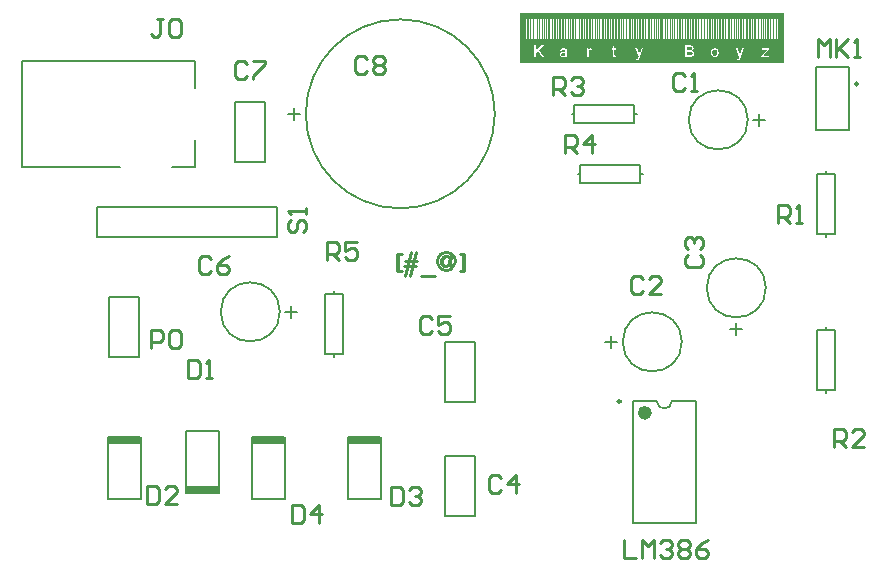
<source format=gto>
%FSLAX25Y25*%
%MOIN*%
G70*
G01*
G75*
G04 Layer_Color=65535*
%ADD10C,0.01000*%
%ADD11C,0.05906*%
%ADD12R,0.05906X0.05906*%
%ADD13C,0.05512*%
%ADD14R,0.05906X0.05906*%
%ADD15R,0.07874X0.07874*%
%ADD16C,0.07874*%
%ADD17C,0.04724*%
%ADD18C,0.07284*%
%ADD19R,0.07284X0.07284*%
%ADD20C,0.04921*%
%ADD21R,0.04921X0.04921*%
%ADD22R,0.04921X0.04921*%
%ADD23O,0.07874X0.17716*%
%ADD24O,0.07874X0.15748*%
%ADD25O,0.15748X0.07874*%
%ADD26O,0.05906X0.17716*%
%ADD27O,0.15748X0.05906*%
%ADD28O,0.05906X0.15748*%
%ADD29C,0.03937*%
%ADD30C,0.02362*%
%ADD31C,0.00984*%
%ADD32C,0.00787*%
%ADD33C,0.00591*%
%ADD34R,0.11024X0.03150*%
G36*
X440000Y473000D02*
X352000D01*
Y489500D01*
X440000D01*
Y473000D01*
D02*
G37*
%LPC*%
G36*
X376878Y487500D02*
X376195D01*
Y480970D01*
X376878D01*
Y487500D01*
D02*
G37*
G36*
X375853D02*
X375512D01*
Y480970D01*
X375853D01*
Y487500D01*
D02*
G37*
G36*
X374829D02*
X374488D01*
Y480970D01*
X374829D01*
Y487500D01*
D02*
G37*
G36*
X379268D02*
X378585D01*
Y480970D01*
X379268D01*
Y487500D01*
D02*
G37*
G36*
X378244D02*
X377902D01*
Y480970D01*
X378244D01*
Y487500D01*
D02*
G37*
G36*
X377561D02*
X377219D01*
Y480970D01*
X377561D01*
Y487500D01*
D02*
G37*
G36*
X371414D02*
X370731D01*
Y480970D01*
X371414D01*
Y487500D01*
D02*
G37*
G36*
X370390D02*
X370049D01*
Y480970D01*
X370390D01*
Y487500D01*
D02*
G37*
G36*
X369366D02*
X369024D01*
Y480970D01*
X369366D01*
Y487500D01*
D02*
G37*
G36*
X373805D02*
X373463D01*
Y480970D01*
X373805D01*
Y487500D01*
D02*
G37*
G36*
X373122D02*
X372780D01*
Y480970D01*
X373122D01*
Y487500D01*
D02*
G37*
G36*
X372097D02*
X371756D01*
Y480970D01*
X372097D01*
Y487500D01*
D02*
G37*
G36*
X380292D02*
X379951D01*
Y480970D01*
X380292D01*
Y487500D01*
D02*
G37*
G36*
X388146D02*
X387463D01*
Y480970D01*
X388146D01*
Y487500D01*
D02*
G37*
G36*
X387122D02*
X386439D01*
Y480970D01*
X387122D01*
Y487500D01*
D02*
G37*
G36*
X386097D02*
X385756D01*
Y480970D01*
X386097D01*
Y487500D01*
D02*
G37*
G36*
X390878D02*
X390536D01*
Y480970D01*
X390878D01*
Y487500D01*
D02*
G37*
G36*
X389853D02*
X389512D01*
Y480970D01*
X389853D01*
Y487500D01*
D02*
G37*
G36*
X389170D02*
X388829D01*
Y480970D01*
X389170D01*
Y487500D01*
D02*
G37*
G36*
X382683D02*
X382341D01*
Y480970D01*
X382683D01*
Y487500D01*
D02*
G37*
G36*
X382000D02*
X381658D01*
Y480970D01*
X382000D01*
Y487500D01*
D02*
G37*
G36*
X380975D02*
X380634D01*
Y480970D01*
X380975D01*
Y487500D01*
D02*
G37*
G36*
X385414D02*
X385073D01*
Y480970D01*
X385414D01*
Y487500D01*
D02*
G37*
G36*
X384731D02*
X384390D01*
Y480970D01*
X384731D01*
Y487500D01*
D02*
G37*
G36*
X383707D02*
X383366D01*
Y480970D01*
X383707D01*
Y487500D01*
D02*
G37*
G36*
X368683D02*
X368341D01*
Y480970D01*
X368683D01*
Y487500D01*
D02*
G37*
G36*
X375349Y477845D02*
X375309D01*
X375249Y477840D01*
X375194Y477830D01*
X375139Y477815D01*
X375094Y477800D01*
X375059Y477780D01*
X375029Y477765D01*
X375009Y477755D01*
X375004Y477750D01*
X374954Y477705D01*
X374899Y477650D01*
X374849Y477585D01*
X374804Y477515D01*
X374769Y477455D01*
X374734Y477405D01*
X374724Y477385D01*
X374714Y477370D01*
X374709Y477360D01*
Y477785D01*
X374284D01*
Y475000D01*
X374754D01*
Y476450D01*
X374759Y476560D01*
X374764Y476665D01*
X374779Y476755D01*
X374794Y476840D01*
X374804Y476905D01*
X374819Y476955D01*
X374824Y476975D01*
Y476990D01*
X374829Y476995D01*
Y477000D01*
X374854Y477060D01*
X374879Y477110D01*
X374909Y477155D01*
X374939Y477190D01*
X374964Y477220D01*
X374984Y477245D01*
X374999Y477255D01*
X375004Y477260D01*
X375054Y477290D01*
X375099Y477315D01*
X375149Y477330D01*
X375189Y477345D01*
X375229Y477350D01*
X375259Y477355D01*
X375284D01*
X375349Y477350D01*
X375414Y477340D01*
X375474Y477325D01*
X375524Y477305D01*
X375569Y477285D01*
X375604Y477270D01*
X375624Y477260D01*
X375634Y477255D01*
X375799Y477690D01*
X375704Y477740D01*
X375619Y477780D01*
X375534Y477805D01*
X375459Y477825D01*
X375399Y477835D01*
X375349Y477845D01*
D02*
G37*
G36*
X359744Y478845D02*
X359054D01*
X357144Y476940D01*
Y478845D01*
X356634D01*
Y475000D01*
X357144D01*
Y476330D01*
X357769Y476935D01*
X359139Y475000D01*
X359814D01*
X358129Y477280D01*
X359744Y478845D01*
D02*
G37*
G36*
X426522Y477785D02*
X426052D01*
X425457Y476160D01*
X425417Y476045D01*
X425377Y475930D01*
X425342Y475825D01*
X425312Y475730D01*
X425292Y475650D01*
X425282Y475615D01*
X425272Y475585D01*
X425267Y475560D01*
X425262Y475545D01*
X425257Y475535D01*
Y475530D01*
X425222Y475655D01*
X425187Y475775D01*
X425152Y475885D01*
X425122Y475980D01*
X425097Y476060D01*
X425087Y476095D01*
X425077Y476120D01*
X425067Y476145D01*
X425062Y476160D01*
X425057Y476170D01*
Y476175D01*
X424472Y477785D01*
X423972D01*
X425032Y475000D01*
X425012Y474950D01*
X424997Y474915D01*
X424992Y474890D01*
X424987Y474885D01*
X424967Y474835D01*
X424952Y474790D01*
X424922Y474710D01*
X424897Y474650D01*
X424877Y474600D01*
X424862Y474565D01*
X424852Y474545D01*
X424842Y474535D01*
Y474530D01*
X424792Y474465D01*
X424742Y474420D01*
X424722Y474405D01*
X424702Y474395D01*
X424692Y474385D01*
X424687D01*
X424652Y474365D01*
X424612Y474355D01*
X424527Y474335D01*
X424492D01*
X424462Y474330D01*
X424437D01*
X424347Y474335D01*
X424302Y474345D01*
X424262Y474355D01*
X424227Y474360D01*
X424197Y474370D01*
X424177Y474375D01*
X424172D01*
X424222Y473935D01*
X424282Y473915D01*
X424337Y473900D01*
X424392Y473890D01*
X424437Y473885D01*
X424472Y473880D01*
X424502Y473875D01*
X424527D01*
X424607Y473880D01*
X424682Y473890D01*
X424747Y473910D01*
X424802Y473930D01*
X424852Y473950D01*
X424882Y473970D01*
X424907Y473980D01*
X424912Y473985D01*
X424972Y474030D01*
X425027Y474085D01*
X425077Y474140D01*
X425117Y474195D01*
X425152Y474245D01*
X425182Y474290D01*
X425197Y474315D01*
X425202Y474325D01*
X425222Y474360D01*
X425242Y474400D01*
X425282Y474495D01*
X425327Y474600D01*
X425372Y474705D01*
X425407Y474800D01*
X425427Y474845D01*
X425437Y474880D01*
X425452Y474910D01*
X425462Y474935D01*
X425467Y474950D01*
Y474955D01*
X426522Y477785D01*
D02*
G37*
G36*
X356390Y487500D02*
X355707D01*
Y480970D01*
X356390D01*
Y487500D01*
D02*
G37*
G36*
X355366D02*
X355024D01*
Y480970D01*
X355366D01*
Y487500D01*
D02*
G37*
G36*
X354342D02*
X354000D01*
Y480970D01*
X354342D01*
Y487500D01*
D02*
G37*
G36*
X366557Y477845D02*
X366467D01*
X366337Y477840D01*
X366217Y477830D01*
X366107Y477815D01*
X366017Y477795D01*
X365937Y477775D01*
X365907Y477770D01*
X365882Y477760D01*
X365862Y477755D01*
X365847Y477750D01*
X365837Y477745D01*
X365832D01*
X365737Y477705D01*
X365652Y477660D01*
X365582Y477615D01*
X365522Y477570D01*
X365477Y477525D01*
X365442Y477495D01*
X365422Y477475D01*
X365417Y477465D01*
X365367Y477395D01*
X365322Y477315D01*
X365287Y477235D01*
X365262Y477160D01*
X365237Y477095D01*
X365222Y477040D01*
X365217Y477020D01*
Y477005D01*
X365212Y476995D01*
Y476990D01*
X365672Y476925D01*
X365702Y477025D01*
X365742Y477115D01*
X365777Y477185D01*
X365817Y477240D01*
X365847Y477285D01*
X365877Y477315D01*
X365897Y477330D01*
X365902Y477335D01*
X365967Y477375D01*
X366047Y477405D01*
X366127Y477425D01*
X366212Y477440D01*
X366282Y477450D01*
X366342Y477455D01*
X366397D01*
X366522Y477450D01*
X366632Y477430D01*
X366722Y477405D01*
X366802Y477375D01*
X366862Y477345D01*
X366902Y477320D01*
X366927Y477300D01*
X366937Y477295D01*
X366982Y477245D01*
X367017Y477180D01*
X367037Y477115D01*
X367057Y477045D01*
X367067Y476985D01*
X367072Y476930D01*
Y476915D01*
Y476900D01*
Y476890D01*
Y476885D01*
Y476875D01*
Y476855D01*
Y476815D01*
X367067Y476795D01*
Y476780D01*
Y476770D01*
Y476765D01*
X367012Y476750D01*
X366952Y476730D01*
X366822Y476700D01*
X366682Y476670D01*
X366547Y476645D01*
X366482Y476635D01*
X366422Y476625D01*
X366367Y476620D01*
X366322Y476615D01*
X366282Y476605D01*
X366252D01*
X366232Y476600D01*
X366227D01*
X366127Y476585D01*
X366042Y476575D01*
X365972Y476565D01*
X365912Y476550D01*
X365867Y476545D01*
X365832Y476535D01*
X365812Y476530D01*
X365807D01*
X365737Y476510D01*
X365672Y476485D01*
X365617Y476460D01*
X365567Y476435D01*
X365527Y476410D01*
X365492Y476390D01*
X365472Y476380D01*
X365467Y476375D01*
X365412Y476335D01*
X365367Y476290D01*
X365322Y476245D01*
X365287Y476205D01*
X365262Y476165D01*
X365237Y476135D01*
X365227Y476115D01*
X365222Y476105D01*
X365192Y476040D01*
X365172Y475975D01*
X365152Y475910D01*
X365142Y475855D01*
X365137Y475805D01*
X365132Y475765D01*
Y475740D01*
Y475730D01*
X365137Y475665D01*
X365142Y475605D01*
X365172Y475495D01*
X365212Y475400D01*
X365257Y475315D01*
X365302Y475250D01*
X365337Y475200D01*
X365367Y475170D01*
X365372Y475165D01*
X365377Y475160D01*
X365427Y475120D01*
X365477Y475090D01*
X365592Y475035D01*
X365707Y474995D01*
X365822Y474970D01*
X365922Y474950D01*
X365967Y474945D01*
X366007D01*
X366037Y474940D01*
X366082D01*
X366182Y474945D01*
X366277Y474955D01*
X366367Y474970D01*
X366442Y474985D01*
X366507Y475000D01*
X366557Y475015D01*
X366572Y475020D01*
X366587Y475025D01*
X366592Y475030D01*
X366597D01*
X366687Y475070D01*
X366782Y475120D01*
X366867Y475175D01*
X366942Y475225D01*
X367012Y475275D01*
X367062Y475315D01*
X367082Y475330D01*
X367097Y475340D01*
X367102Y475350D01*
X367107D01*
X367117Y475275D01*
X367132Y475210D01*
X367142Y475150D01*
X367162Y475100D01*
X367172Y475055D01*
X367187Y475025D01*
X367192Y475005D01*
X367197Y475000D01*
X367692D01*
X367662Y475060D01*
X367637Y475120D01*
X367617Y475175D01*
X367597Y475230D01*
X367587Y475270D01*
X367577Y475305D01*
X367572Y475325D01*
Y475335D01*
X367567Y475375D01*
X367562Y475420D01*
Y475475D01*
X367557Y475540D01*
X367552Y475675D01*
Y475815D01*
X367547Y475885D01*
Y475950D01*
Y476010D01*
Y476060D01*
Y476105D01*
Y476135D01*
Y476160D01*
Y476165D01*
Y476795D01*
Y476905D01*
X367542Y476995D01*
X367537Y477070D01*
Y477130D01*
X367532Y477175D01*
X367527Y477205D01*
X367522Y477225D01*
Y477230D01*
X367502Y477300D01*
X367482Y477360D01*
X367457Y477415D01*
X367432Y477460D01*
X367407Y477495D01*
X367387Y477525D01*
X367377Y477540D01*
X367372Y477545D01*
X367327Y477590D01*
X367277Y477635D01*
X367222Y477670D01*
X367167Y477700D01*
X367117Y477725D01*
X367077Y477745D01*
X367052Y477755D01*
X367047Y477760D01*
X367042D01*
X366952Y477790D01*
X366862Y477810D01*
X366762Y477825D01*
X366672Y477835D01*
X366592Y477840D01*
X366557Y477845D01*
D02*
G37*
G36*
X383389Y478755D02*
X382919Y478470D01*
Y477785D01*
X382569D01*
Y477420D01*
X382919D01*
Y475815D01*
Y475740D01*
X382924Y475670D01*
Y475605D01*
X382929Y475550D01*
X382934Y475495D01*
X382939Y475450D01*
X382944Y475410D01*
X382949Y475375D01*
X382959Y475320D01*
X382964Y475285D01*
X382974Y475260D01*
Y475255D01*
X382999Y475210D01*
X383029Y475170D01*
X383064Y475130D01*
X383099Y475100D01*
X383129Y475075D01*
X383149Y475060D01*
X383169Y475050D01*
X383174Y475045D01*
X383229Y475020D01*
X383294Y475000D01*
X383359Y474985D01*
X383424Y474975D01*
X383479Y474970D01*
X383529Y474965D01*
X383569D01*
X383694Y474970D01*
X383754Y474980D01*
X383809Y474985D01*
X383859Y474995D01*
X383894Y475000D01*
X383919Y475005D01*
X383929D01*
X383864Y475420D01*
X383819Y475415D01*
X383779Y475410D01*
X383739D01*
X383709Y475405D01*
X383654D01*
X383584Y475410D01*
X383534Y475420D01*
X383514Y475425D01*
X383499Y475430D01*
X383494Y475435D01*
X383489D01*
X383454Y475465D01*
X383429Y475495D01*
X383414Y475515D01*
X383409Y475525D01*
X383404Y475555D01*
X383399Y475590D01*
X383394Y475635D01*
Y475680D01*
X383389Y475720D01*
Y475755D01*
Y475780D01*
Y475790D01*
Y477420D01*
X383864D01*
Y477785D01*
X383389D01*
Y478755D01*
D02*
G37*
G36*
X416872Y477845D02*
X416817D01*
X416722Y477840D01*
X416632Y477830D01*
X416547Y477815D01*
X416462Y477795D01*
X416387Y477775D01*
X416312Y477745D01*
X416247Y477720D01*
X416187Y477690D01*
X416132Y477660D01*
X416082Y477635D01*
X416042Y477605D01*
X416007Y477585D01*
X415977Y477565D01*
X415957Y477550D01*
X415947Y477540D01*
X415942Y477535D01*
X415867Y477460D01*
X415802Y477380D01*
X415747Y477290D01*
X415697Y477200D01*
X415657Y477105D01*
X415622Y477010D01*
X415592Y476915D01*
X415572Y476820D01*
X415552Y476735D01*
X415542Y476655D01*
X415532Y476580D01*
X415522Y476515D01*
Y476465D01*
X415517Y476425D01*
Y476400D01*
Y476390D01*
X415522Y476260D01*
X415532Y476140D01*
X415552Y476030D01*
X415572Y475925D01*
X415602Y475825D01*
X415632Y475740D01*
X415662Y475660D01*
X415697Y475585D01*
X415732Y475520D01*
X415762Y475465D01*
X415792Y475420D01*
X415822Y475380D01*
X415842Y475350D01*
X415862Y475330D01*
X415872Y475315D01*
X415877Y475310D01*
X415947Y475245D01*
X416022Y475190D01*
X416097Y475140D01*
X416177Y475095D01*
X416257Y475060D01*
X416332Y475030D01*
X416407Y475005D01*
X416482Y474985D01*
X416552Y474970D01*
X416617Y474960D01*
X416672Y474950D01*
X416722Y474945D01*
X416762D01*
X416792Y474940D01*
X416817D01*
X416952Y474945D01*
X417077Y474965D01*
X417192Y474995D01*
X417287Y475025D01*
X417372Y475055D01*
X417407Y475070D01*
X417432Y475085D01*
X417457Y475095D01*
X417472Y475105D01*
X417482Y475110D01*
X417487D01*
X417597Y475180D01*
X417692Y475255D01*
X417772Y475335D01*
X417837Y475410D01*
X417892Y475480D01*
X417927Y475535D01*
X417942Y475555D01*
X417952Y475570D01*
X417957Y475580D01*
Y475585D01*
X417987Y475645D01*
X418012Y475710D01*
X418052Y475850D01*
X418082Y475990D01*
X418102Y476125D01*
X418107Y476185D01*
X418112Y476245D01*
X418117Y476295D01*
X418122Y476340D01*
Y476380D01*
Y476405D01*
Y476425D01*
Y476430D01*
X418117Y476550D01*
X418107Y476665D01*
X418087Y476770D01*
X418067Y476870D01*
X418037Y476965D01*
X418007Y477050D01*
X417972Y477125D01*
X417942Y477195D01*
X417907Y477255D01*
X417872Y477310D01*
X417842Y477360D01*
X417812Y477395D01*
X417792Y477425D01*
X417772Y477450D01*
X417762Y477460D01*
X417757Y477465D01*
X417687Y477530D01*
X417612Y477590D01*
X417537Y477640D01*
X417457Y477685D01*
X417377Y477720D01*
X417297Y477750D01*
X417222Y477780D01*
X417152Y477800D01*
X417082Y477815D01*
X417017Y477825D01*
X416962Y477835D01*
X416912Y477840D01*
X416872Y477845D01*
D02*
G37*
G36*
X392922Y477785D02*
X392452D01*
X391857Y476160D01*
X391817Y476045D01*
X391777Y475930D01*
X391742Y475825D01*
X391712Y475730D01*
X391692Y475650D01*
X391682Y475615D01*
X391672Y475585D01*
X391667Y475560D01*
X391662Y475545D01*
X391657Y475535D01*
Y475530D01*
X391622Y475655D01*
X391587Y475775D01*
X391552Y475885D01*
X391522Y475980D01*
X391497Y476060D01*
X391487Y476095D01*
X391477Y476120D01*
X391467Y476145D01*
X391462Y476160D01*
X391457Y476170D01*
Y476175D01*
X390872Y477785D01*
X390372D01*
X391432Y475000D01*
X391412Y474950D01*
X391397Y474915D01*
X391392Y474890D01*
X391387Y474885D01*
X391367Y474835D01*
X391352Y474790D01*
X391322Y474710D01*
X391297Y474650D01*
X391277Y474600D01*
X391262Y474565D01*
X391252Y474545D01*
X391242Y474535D01*
Y474530D01*
X391192Y474465D01*
X391142Y474420D01*
X391122Y474405D01*
X391102Y474395D01*
X391092Y474385D01*
X391087D01*
X391052Y474365D01*
X391012Y474355D01*
X390927Y474335D01*
X390892D01*
X390862Y474330D01*
X390837D01*
X390747Y474335D01*
X390702Y474345D01*
X390662Y474355D01*
X390627Y474360D01*
X390597Y474370D01*
X390577Y474375D01*
X390572D01*
X390622Y473935D01*
X390682Y473915D01*
X390737Y473900D01*
X390792Y473890D01*
X390837Y473885D01*
X390872Y473880D01*
X390902Y473875D01*
X390927D01*
X391007Y473880D01*
X391082Y473890D01*
X391147Y473910D01*
X391202Y473930D01*
X391252Y473950D01*
X391282Y473970D01*
X391307Y473980D01*
X391312Y473985D01*
X391372Y474030D01*
X391427Y474085D01*
X391477Y474140D01*
X391517Y474195D01*
X391552Y474245D01*
X391582Y474290D01*
X391597Y474315D01*
X391602Y474325D01*
X391622Y474360D01*
X391642Y474400D01*
X391682Y474495D01*
X391727Y474600D01*
X391772Y474705D01*
X391807Y474800D01*
X391827Y474845D01*
X391837Y474880D01*
X391852Y474910D01*
X391862Y474935D01*
X391867Y474950D01*
Y474955D01*
X392922Y477785D01*
D02*
G37*
G36*
X434767D02*
X432492D01*
Y477395D01*
X433717D01*
X433807Y477400D01*
X433897D01*
X433977Y477405D01*
X434052D01*
X434107Y477410D01*
X434157D01*
X432387Y475380D01*
Y475000D01*
X434852D01*
Y475405D01*
X433562D01*
X433352Y475400D01*
X433252Y475395D01*
X433162Y475390D01*
X433082Y475385D01*
X433047Y475380D01*
X432997D01*
X432982Y475375D01*
X432967D01*
X433262Y475700D01*
X434767Y477465D01*
Y477785D01*
D02*
G37*
G36*
X408549Y478845D02*
X407034D01*
Y475000D01*
X408494D01*
X408629Y475005D01*
X408749Y475010D01*
X408854Y475020D01*
X408944Y475030D01*
X409014Y475040D01*
X409044Y475045D01*
X409069Y475050D01*
X409089Y475055D01*
X409104Y475060D01*
X409114D01*
X409204Y475085D01*
X409289Y475115D01*
X409359Y475150D01*
X409419Y475180D01*
X409469Y475205D01*
X409504Y475230D01*
X409529Y475245D01*
X409534Y475250D01*
X409594Y475305D01*
X409649Y475360D01*
X409699Y475420D01*
X409739Y475480D01*
X409774Y475530D01*
X409799Y475570D01*
X409814Y475600D01*
X409819Y475610D01*
X409859Y475700D01*
X409884Y475785D01*
X409904Y475870D01*
X409919Y475945D01*
X409929Y476015D01*
X409934Y476065D01*
Y476085D01*
Y476100D01*
Y476105D01*
Y476110D01*
X409924Y476230D01*
X409904Y476340D01*
X409874Y476440D01*
X409839Y476525D01*
X409804Y476595D01*
X409774Y476645D01*
X409764Y476665D01*
X409754Y476680D01*
X409744Y476685D01*
Y476690D01*
X409669Y476775D01*
X409584Y476850D01*
X409494Y476910D01*
X409409Y476960D01*
X409329Y477000D01*
X409294Y477015D01*
X409269Y477025D01*
X409244Y477035D01*
X409224Y477040D01*
X409214Y477045D01*
X409209D01*
X409304Y477095D01*
X409384Y477155D01*
X409454Y477210D01*
X409514Y477265D01*
X409559Y477315D01*
X409589Y477355D01*
X409609Y477380D01*
X409614Y477390D01*
X409659Y477475D01*
X409694Y477555D01*
X409714Y477635D01*
X409734Y477710D01*
X409744Y477770D01*
X409749Y477820D01*
Y477835D01*
Y477850D01*
Y477855D01*
Y477860D01*
X409744Y477960D01*
X409724Y478050D01*
X409699Y478135D01*
X409674Y478210D01*
X409644Y478275D01*
X409619Y478325D01*
X409599Y478355D01*
X409594Y478360D01*
Y478365D01*
X409534Y478450D01*
X409464Y478525D01*
X409399Y478585D01*
X409329Y478635D01*
X409269Y478675D01*
X409224Y478705D01*
X409204Y478715D01*
X409189Y478720D01*
X409184Y478725D01*
X409179D01*
X409074Y478765D01*
X408959Y478795D01*
X408839Y478815D01*
X408729Y478830D01*
X408629Y478840D01*
X408584D01*
X408549Y478845D01*
D02*
G37*
G36*
X357415Y487500D02*
X356732D01*
Y480970D01*
X357415D01*
Y487500D01*
D02*
G37*
G36*
X364927D02*
X364585D01*
Y480970D01*
X364927D01*
Y487500D01*
D02*
G37*
G36*
X364244D02*
X363902D01*
Y480970D01*
X364244D01*
Y487500D01*
D02*
G37*
G36*
X363219D02*
X362878D01*
Y480970D01*
X363219D01*
Y487500D01*
D02*
G37*
G36*
X368000D02*
X367317D01*
Y480970D01*
X368000D01*
Y487500D01*
D02*
G37*
G36*
X366975D02*
X366634D01*
Y480970D01*
X366975D01*
Y487500D01*
D02*
G37*
G36*
X365951D02*
X365610D01*
Y480970D01*
X365951D01*
Y487500D01*
D02*
G37*
G36*
X359805D02*
X359463D01*
Y480970D01*
X359805D01*
Y487500D01*
D02*
G37*
G36*
X359122D02*
X358439D01*
Y480970D01*
X359122D01*
Y487500D01*
D02*
G37*
G36*
X358098D02*
X357756D01*
Y480970D01*
X358098D01*
Y487500D01*
D02*
G37*
G36*
X362537D02*
X361854D01*
Y480970D01*
X362537D01*
Y487500D01*
D02*
G37*
G36*
X361171D02*
X360829D01*
Y480970D01*
X361171D01*
Y487500D01*
D02*
G37*
G36*
X360488D02*
X360146D01*
Y480970D01*
X360488D01*
Y487500D01*
D02*
G37*
G36*
X391561D02*
X391219D01*
Y480970D01*
X391561D01*
Y487500D01*
D02*
G37*
G36*
X423999D02*
X423658D01*
Y480970D01*
X423999D01*
Y487500D01*
D02*
G37*
G36*
X423316D02*
X422634D01*
Y480970D01*
X423316D01*
Y487500D01*
D02*
G37*
G36*
X422292D02*
X421950D01*
Y480970D01*
X422292D01*
Y487500D01*
D02*
G37*
G36*
X426390D02*
X426048D01*
Y480970D01*
X426390D01*
Y487500D01*
D02*
G37*
G36*
X425365D02*
X425024D01*
Y480970D01*
X425365D01*
Y487500D01*
D02*
G37*
G36*
X424682D02*
X424341D01*
Y480970D01*
X424682D01*
Y487500D01*
D02*
G37*
G36*
X421268D02*
X420585D01*
Y480970D01*
X421268D01*
Y487500D01*
D02*
G37*
G36*
X417512D02*
X417170D01*
Y480970D01*
X417512D01*
Y487500D01*
D02*
G37*
G36*
X416487D02*
X416146D01*
Y480970D01*
X416487D01*
Y487500D01*
D02*
G37*
G36*
X415804D02*
X415463D01*
Y480970D01*
X415804D01*
Y487500D01*
D02*
G37*
G36*
X420243D02*
X419902D01*
Y480970D01*
X420243D01*
Y487500D01*
D02*
G37*
G36*
X419219D02*
X418877D01*
Y480970D01*
X419219D01*
Y487500D01*
D02*
G37*
G36*
X418194D02*
X417853D01*
Y480970D01*
X418194D01*
Y487500D01*
D02*
G37*
G36*
X435267D02*
X434926D01*
Y480970D01*
X435267D01*
Y487500D01*
D02*
G37*
G36*
X434243D02*
X433902D01*
Y480970D01*
X434243D01*
Y487500D01*
D02*
G37*
G36*
X433560D02*
X433219D01*
Y480970D01*
X433560D01*
Y487500D01*
D02*
G37*
G36*
X437999D02*
X437658D01*
Y480970D01*
X437999D01*
Y487500D01*
D02*
G37*
G36*
X437316D02*
X436633D01*
Y480970D01*
X437316D01*
Y487500D01*
D02*
G37*
G36*
X436292D02*
X435609D01*
Y480970D01*
X436292D01*
Y487500D01*
D02*
G37*
G36*
X432877D02*
X432536D01*
Y480970D01*
X432877D01*
Y487500D01*
D02*
G37*
G36*
X429121D02*
X428780D01*
Y480970D01*
X429121D01*
Y487500D01*
D02*
G37*
G36*
X428097D02*
X427755D01*
Y480970D01*
X428097D01*
Y487500D01*
D02*
G37*
G36*
X427072D02*
X426731D01*
Y480970D01*
X427072D01*
Y487500D01*
D02*
G37*
G36*
X432194D02*
X431511D01*
Y480970D01*
X432194D01*
Y487500D01*
D02*
G37*
G36*
X431170D02*
X430487D01*
Y480970D01*
X431170D01*
Y487500D01*
D02*
G37*
G36*
X429804D02*
X429463D01*
Y480970D01*
X429804D01*
Y487500D01*
D02*
G37*
G36*
X400780D02*
X400439D01*
Y480970D01*
X400780D01*
Y487500D01*
D02*
G37*
G36*
X400097D02*
X399414D01*
Y480970D01*
X400097D01*
Y487500D01*
D02*
G37*
G36*
X398731D02*
X398390D01*
Y480970D01*
X398731D01*
Y487500D01*
D02*
G37*
G36*
X403170D02*
X402829D01*
Y480970D01*
X403170D01*
Y487500D01*
D02*
G37*
G36*
X402487D02*
X402146D01*
Y480970D01*
X402487D01*
Y487500D01*
D02*
G37*
G36*
X401804D02*
X401122D01*
Y480970D01*
X401804D01*
Y487500D01*
D02*
G37*
G36*
X398048D02*
X397707D01*
Y480970D01*
X398048D01*
Y487500D01*
D02*
G37*
G36*
X394634D02*
X393951D01*
Y480970D01*
X394634D01*
Y487500D01*
D02*
G37*
G36*
X393609D02*
X393268D01*
Y480970D01*
X393609D01*
Y487500D01*
D02*
G37*
G36*
X392585D02*
X392244D01*
Y480970D01*
X392585D01*
Y487500D01*
D02*
G37*
G36*
X397365D02*
X397024D01*
Y480970D01*
X397365D01*
Y487500D01*
D02*
G37*
G36*
X396683D02*
X396000D01*
Y480970D01*
X396683D01*
Y487500D01*
D02*
G37*
G36*
X395658D02*
X395317D01*
Y480970D01*
X395658D01*
Y487500D01*
D02*
G37*
G36*
X413073D02*
X412731D01*
Y480970D01*
X413073D01*
Y487500D01*
D02*
G37*
G36*
X414097D02*
X413414D01*
Y480970D01*
X414097D01*
Y487500D01*
D02*
G37*
G36*
X409316D02*
X408975D01*
Y480970D01*
X409316D01*
Y487500D01*
D02*
G37*
G36*
X411365D02*
X411024D01*
Y480970D01*
X411365D01*
Y487500D01*
D02*
G37*
G36*
X410341D02*
X409999D01*
Y480970D01*
X410341D01*
Y487500D01*
D02*
G37*
G36*
X412390D02*
X411707D01*
Y480970D01*
X412390D01*
Y487500D01*
D02*
G37*
G36*
X408634D02*
X408292D01*
Y480970D01*
X408634D01*
Y487500D01*
D02*
G37*
G36*
X405902D02*
X405560D01*
Y480970D01*
X405902D01*
Y487500D01*
D02*
G37*
G36*
X404878D02*
X404536D01*
Y480970D01*
X404878D01*
Y487500D01*
D02*
G37*
G36*
X404195D02*
X403512D01*
Y480970D01*
X404195D01*
Y487500D01*
D02*
G37*
G36*
X407609D02*
X407268D01*
Y480970D01*
X407609D01*
Y487500D01*
D02*
G37*
G36*
X414780D02*
X414438D01*
Y480970D01*
X414780D01*
Y487500D01*
D02*
G37*
G36*
X406926D02*
X406243D01*
Y480970D01*
X406926D01*
Y487500D01*
D02*
G37*
%LPD*%
G36*
X408559Y476770D02*
X408669Y476765D01*
X408769Y476755D01*
X408844Y476745D01*
X408909Y476730D01*
X408954Y476720D01*
X408979Y476715D01*
X408989Y476710D01*
X409059Y476680D01*
X409119Y476650D01*
X409169Y476610D01*
X409214Y476575D01*
X409249Y476540D01*
X409274Y476510D01*
X409289Y476490D01*
X409294Y476485D01*
X409334Y476425D01*
X409359Y476360D01*
X409379Y476300D01*
X409394Y476240D01*
X409404Y476190D01*
X409409Y476150D01*
Y476125D01*
Y476115D01*
X409404Y476050D01*
X409399Y475985D01*
X409384Y475930D01*
X409369Y475885D01*
X409354Y475845D01*
X409344Y475815D01*
X409334Y475795D01*
X409329Y475790D01*
X409299Y475740D01*
X409269Y475700D01*
X409234Y475660D01*
X409204Y475630D01*
X409174Y475605D01*
X409154Y475590D01*
X409139Y475580D01*
X409134Y475575D01*
X409089Y475550D01*
X409039Y475525D01*
X408994Y475510D01*
X408944Y475495D01*
X408904Y475485D01*
X408874Y475475D01*
X408854Y475470D01*
X408844D01*
X408799Y475465D01*
X408749Y475460D01*
X408634Y475455D01*
X407544D01*
Y476775D01*
X408429D01*
X408559Y476770D01*
D02*
G37*
G36*
X408519Y478385D02*
X408574Y478380D01*
X408629Y478375D01*
X408679D01*
X408719Y478370D01*
X408759Y478365D01*
X408819Y478355D01*
X408859Y478345D01*
X408884Y478340D01*
X408894Y478335D01*
X408954Y478310D01*
X409009Y478280D01*
X409049Y478250D01*
X409089Y478215D01*
X409119Y478185D01*
X409139Y478160D01*
X409149Y478140D01*
X409154Y478135D01*
X409184Y478080D01*
X409209Y478020D01*
X409224Y477965D01*
X409239Y477915D01*
X409244Y477870D01*
X409249Y477830D01*
Y477810D01*
Y477800D01*
X409244Y477725D01*
X409234Y477660D01*
X409219Y477600D01*
X409199Y477555D01*
X409179Y477515D01*
X409164Y477485D01*
X409154Y477465D01*
X409149Y477460D01*
X409109Y477415D01*
X409059Y477375D01*
X409014Y477345D01*
X408964Y477315D01*
X408919Y477295D01*
X408884Y477280D01*
X408864Y477275D01*
X408854Y477270D01*
X408794Y477255D01*
X408719Y477245D01*
X408639Y477240D01*
X408559Y477235D01*
X408489Y477230D01*
X407544D01*
Y478390D01*
X408454D01*
X408519Y478385D01*
D02*
G37*
G36*
X367067Y476220D02*
X367062Y476110D01*
X367057Y476015D01*
X367042Y475935D01*
X367032Y475870D01*
X367017Y475815D01*
X367002Y475780D01*
X366997Y475760D01*
X366992Y475750D01*
X366952Y475675D01*
X366902Y475615D01*
X366847Y475555D01*
X366797Y475510D01*
X366752Y475475D01*
X366712Y475445D01*
X366687Y475430D01*
X366682Y475425D01*
X366677D01*
X366597Y475385D01*
X366512Y475360D01*
X366432Y475340D01*
X366357Y475325D01*
X366292Y475315D01*
X366242Y475310D01*
X366197D01*
X366102Y475315D01*
X366017Y475330D01*
X365942Y475350D01*
X365882Y475375D01*
X365837Y475395D01*
X365802Y475415D01*
X365782Y475430D01*
X365777Y475435D01*
X365732Y475485D01*
X365697Y475535D01*
X365672Y475590D01*
X365657Y475635D01*
X365647Y475680D01*
X365637Y475715D01*
Y475735D01*
Y475745D01*
X365642Y475790D01*
X365647Y475835D01*
X365657Y475870D01*
X365672Y475905D01*
X365682Y475930D01*
X365692Y475955D01*
X365697Y475965D01*
X365702Y475970D01*
X365727Y476005D01*
X365757Y476035D01*
X365817Y476085D01*
X365847Y476100D01*
X365867Y476110D01*
X365882Y476120D01*
X365887D01*
X365937Y476140D01*
X366002Y476160D01*
X366072Y476175D01*
X366137Y476190D01*
X366197Y476200D01*
X366252Y476210D01*
X366272D01*
X366282Y476215D01*
X366297D01*
X366392Y476230D01*
X366477Y476245D01*
X366557Y476260D01*
X366632Y476275D01*
X366702Y476290D01*
X366767Y476305D01*
X366822Y476320D01*
X366872Y476335D01*
X366917Y476345D01*
X366957Y476360D01*
X366992Y476370D01*
X367017Y476380D01*
X367042Y476385D01*
X367057Y476390D01*
X367062Y476395D01*
X367067D01*
Y476220D01*
D02*
G37*
G36*
X416882Y477450D02*
X416942Y477445D01*
X417057Y477415D01*
X417157Y477370D01*
X417242Y477320D01*
X417307Y477270D01*
X417362Y477225D01*
X417377Y477210D01*
X417392Y477195D01*
X417397Y477190D01*
X417402Y477185D01*
X417442Y477135D01*
X417482Y477075D01*
X417537Y476950D01*
X417582Y476820D01*
X417607Y476695D01*
X417617Y476635D01*
X417627Y476580D01*
X417632Y476535D01*
Y476490D01*
X417637Y476455D01*
Y476430D01*
Y476410D01*
Y476405D01*
Y476305D01*
X417627Y476215D01*
X417617Y476130D01*
X417602Y476050D01*
X417582Y475975D01*
X417562Y475910D01*
X417542Y475850D01*
X417522Y475795D01*
X417497Y475750D01*
X417477Y475710D01*
X417457Y475675D01*
X417437Y475645D01*
X417422Y475625D01*
X417412Y475610D01*
X417407Y475600D01*
X417402Y475595D01*
X417357Y475550D01*
X417312Y475510D01*
X417262Y475470D01*
X417212Y475440D01*
X417112Y475395D01*
X417022Y475365D01*
X416942Y475345D01*
X416907Y475340D01*
X416877Y475335D01*
X416852Y475330D01*
X416817D01*
X416752Y475335D01*
X416692Y475340D01*
X416577Y475370D01*
X416477Y475415D01*
X416392Y475465D01*
X416327Y475510D01*
X416272Y475555D01*
X416257Y475570D01*
X416242Y475585D01*
X416237Y475590D01*
X416232Y475595D01*
X416192Y475650D01*
X416157Y475705D01*
X416097Y475830D01*
X416057Y475965D01*
X416032Y476090D01*
X416022Y476150D01*
X416012Y476210D01*
X416007Y476260D01*
Y476305D01*
X416002Y476340D01*
Y476365D01*
Y476385D01*
Y476390D01*
X416007Y476485D01*
X416012Y476580D01*
X416022Y476665D01*
X416037Y476740D01*
X416057Y476815D01*
X416077Y476880D01*
X416097Y476940D01*
X416117Y476990D01*
X416137Y477040D01*
X416157Y477080D01*
X416177Y477110D01*
X416197Y477140D01*
X416212Y477160D01*
X416222Y477180D01*
X416232Y477185D01*
Y477190D01*
X416277Y477235D01*
X416327Y477280D01*
X416372Y477315D01*
X416422Y477345D01*
X416522Y477390D01*
X416612Y477420D01*
X416692Y477440D01*
X416727Y477445D01*
X416757Y477450D01*
X416782Y477455D01*
X416817D01*
X416882Y477450D01*
D02*
G37*
D10*
X386500Y313998D02*
Y308000D01*
X390499D01*
X392498D02*
Y313998D01*
X394497Y311999D01*
X396497Y313998D01*
Y308000D01*
X398496Y312998D02*
X399496Y313998D01*
X401495D01*
X402495Y312998D01*
Y311999D01*
X401495Y310999D01*
X400495D01*
X401495D01*
X402495Y309999D01*
Y309000D01*
X401495Y308000D01*
X399496D01*
X398496Y309000D01*
X404494Y312998D02*
X405494Y313998D01*
X407493D01*
X408493Y312998D01*
Y311999D01*
X407493Y310999D01*
X408493Y309999D01*
Y309000D01*
X407493Y308000D01*
X405494D01*
X404494Y309000D01*
Y309999D01*
X405494Y310999D01*
X404494Y311999D01*
Y312998D01*
X405494Y310999D02*
X407493D01*
X414491Y313998D02*
X412492Y312998D01*
X410492Y310999D01*
Y309000D01*
X411492Y308000D01*
X413491D01*
X414491Y309000D01*
Y309999D01*
X413491Y310999D01*
X410492D01*
X275502Y420499D02*
X274502Y419499D01*
Y417500D01*
X275502Y416500D01*
X276501D01*
X277501Y417500D01*
Y419499D01*
X278501Y420499D01*
X279500D01*
X280500Y419499D01*
Y417500D01*
X279500Y416500D01*
X280500Y422498D02*
Y424497D01*
Y423498D01*
X274502D01*
X275502Y422498D01*
X287650Y407150D02*
Y413148D01*
X290649D01*
X291649Y412148D01*
Y410149D01*
X290649Y409149D01*
X287650D01*
X289649D02*
X291649Y407150D01*
X297647Y413148D02*
X293648D01*
Y410149D01*
X295647Y411149D01*
X296647D01*
X297647Y410149D01*
Y408150D01*
X296647Y407150D01*
X294648D01*
X293648Y408150D01*
X367000Y443000D02*
Y448998D01*
X369999D01*
X370999Y447998D01*
Y445999D01*
X369999Y444999D01*
X367000D01*
X368999D02*
X370999Y443000D01*
X375997D02*
Y448998D01*
X372998Y445999D01*
X376997D01*
X362800Y462400D02*
Y468398D01*
X365799D01*
X366799Y467398D01*
Y465399D01*
X365799Y464399D01*
X362800D01*
X364799D02*
X366799Y462400D01*
X368798Y467398D02*
X369798Y468398D01*
X371797D01*
X372797Y467398D01*
Y466399D01*
X371797Y465399D01*
X370797D01*
X371797D01*
X372797Y464399D01*
Y463400D01*
X371797Y462400D01*
X369798D01*
X368798Y463400D01*
X456500Y345000D02*
Y350998D01*
X459499D01*
X460499Y349998D01*
Y347999D01*
X459499Y346999D01*
X456500D01*
X458499D02*
X460499Y345000D01*
X466497D02*
X462498D01*
X466497Y348999D01*
Y349998D01*
X465497Y350998D01*
X463498D01*
X462498Y349998D01*
X438000Y419500D02*
Y425498D01*
X440999D01*
X441999Y424498D01*
Y422499D01*
X440999Y421499D01*
X438000D01*
X439999D02*
X441999Y419500D01*
X443998D02*
X445997D01*
X444998D01*
Y425498D01*
X443998Y424498D01*
X229000Y378000D02*
Y383998D01*
X231999D01*
X232999Y382998D01*
Y380999D01*
X231999Y379999D01*
X229000D01*
X234998Y382998D02*
X235998Y383998D01*
X237997D01*
X238997Y382998D01*
Y379000D01*
X237997Y378000D01*
X235998D01*
X234998Y379000D01*
Y382998D01*
X451100Y474900D02*
Y480898D01*
X453099Y478899D01*
X455099Y480898D01*
Y474900D01*
X457098Y480898D02*
Y474900D01*
Y476899D01*
X461097Y480898D01*
X458098Y477899D01*
X461097Y474900D01*
X463096D02*
X465096D01*
X464096D01*
Y480898D01*
X463096Y479898D01*
X276000Y325498D02*
Y319500D01*
X278999D01*
X279999Y320500D01*
Y324498D01*
X278999Y325498D01*
X276000D01*
X284997Y319500D02*
Y325498D01*
X281998Y322499D01*
X285997D01*
X309000Y331498D02*
Y325500D01*
X311999D01*
X312999Y326500D01*
Y330498D01*
X311999Y331498D01*
X309000D01*
X314998Y330498D02*
X315998Y331498D01*
X317997D01*
X318997Y330498D01*
Y329499D01*
X317997Y328499D01*
X316997D01*
X317997D01*
X318997Y327499D01*
Y326500D01*
X317997Y325500D01*
X315998D01*
X314998Y326500D01*
X227500Y331998D02*
Y326000D01*
X230499D01*
X231499Y327000D01*
Y330998D01*
X230499Y331998D01*
X227500D01*
X237497Y326000D02*
X233498D01*
X237497Y329999D01*
Y330998D01*
X236497Y331998D01*
X234498D01*
X233498Y330998D01*
X241100Y373898D02*
Y367900D01*
X244099D01*
X245099Y368900D01*
Y372898D01*
X244099Y373898D01*
X241100D01*
X247098Y367900D02*
X249097D01*
X248098D01*
Y373898D01*
X247098Y372898D01*
X300799Y474198D02*
X299799Y475198D01*
X297800D01*
X296800Y474198D01*
Y470200D01*
X297800Y469200D01*
X299799D01*
X300799Y470200D01*
X302798Y474198D02*
X303798Y475198D01*
X305797D01*
X306797Y474198D01*
Y473199D01*
X305797Y472199D01*
X306797Y471199D01*
Y470200D01*
X305797Y469200D01*
X303798D01*
X302798Y470200D01*
Y471199D01*
X303798Y472199D01*
X302798Y473199D01*
Y474198D01*
X303798Y472199D02*
X305797D01*
X260999Y472498D02*
X259999Y473498D01*
X258000D01*
X257000Y472498D01*
Y468500D01*
X258000Y467500D01*
X259999D01*
X260999Y468500D01*
X262998Y473498D02*
X266997D01*
Y472498D01*
X262998Y468500D01*
Y467500D01*
X248999Y407498D02*
X247999Y408498D01*
X246000D01*
X245000Y407498D01*
Y403500D01*
X246000Y402500D01*
X247999D01*
X248999Y403500D01*
X254997Y408498D02*
X252997Y407498D01*
X250998Y405499D01*
Y403500D01*
X251998Y402500D01*
X253997D01*
X254997Y403500D01*
Y404499D01*
X253997Y405499D01*
X250998D01*
X322499Y387498D02*
X321499Y388498D01*
X319500D01*
X318500Y387498D01*
Y383500D01*
X319500Y382500D01*
X321499D01*
X322499Y383500D01*
X328497Y388498D02*
X324498D01*
Y385499D01*
X326497Y386499D01*
X327497D01*
X328497Y385499D01*
Y383500D01*
X327497Y382500D01*
X325498D01*
X324498Y383500D01*
X345499Y334498D02*
X344499Y335498D01*
X342500D01*
X341500Y334498D01*
Y330500D01*
X342500Y329500D01*
X344499D01*
X345499Y330500D01*
X350497Y329500D02*
Y335498D01*
X347498Y332499D01*
X351497D01*
X408002Y408999D02*
X407002Y407999D01*
Y406000D01*
X408002Y405000D01*
X412000D01*
X413000Y406000D01*
Y407999D01*
X412000Y408999D01*
X408002Y410998D02*
X407002Y411998D01*
Y413997D01*
X408002Y414997D01*
X409001D01*
X410001Y413997D01*
Y412997D01*
Y413997D01*
X411001Y414997D01*
X412000D01*
X413000Y413997D01*
Y411998D01*
X412000Y410998D01*
X392999Y400998D02*
X391999Y401998D01*
X390000D01*
X389000Y400998D01*
Y397000D01*
X390000Y396000D01*
X391999D01*
X392999Y397000D01*
X398997Y396000D02*
X394998D01*
X398997Y399999D01*
Y400998D01*
X397997Y401998D01*
X395998D01*
X394998Y400998D01*
X406999Y468498D02*
X405999Y469498D01*
X404000D01*
X403000Y468498D01*
Y464500D01*
X404000Y463500D01*
X405999D01*
X406999Y464500D01*
X408998Y463500D02*
X410997D01*
X409998D01*
Y469498D01*
X408998Y468498D01*
X232999Y487498D02*
X230999D01*
X231999D01*
Y482500D01*
X230999Y481500D01*
X230000D01*
X229000Y482500D01*
X234998Y486498D02*
X235998Y487498D01*
X237997D01*
X238997Y486498D01*
Y482500D01*
X237997Y481500D01*
X235998D01*
X234998Y482500D01*
Y486498D01*
X311000Y409427D02*
Y403714D01*
X311286Y409427D02*
Y403714D01*
X311000Y409427D02*
X312428D01*
X311000Y403714D02*
X312428D01*
X315485Y409999D02*
X313485Y402000D01*
X317199Y409999D02*
X315199Y402000D01*
X313485Y406856D02*
X317484D01*
X313199Y405143D02*
X317199D01*
X318856Y402000D02*
X323426D01*
X328482Y407714D02*
X328196Y408285D01*
X327625Y408570D01*
X326768D01*
X326197Y408285D01*
X325911Y407999D01*
X325625Y407142D01*
Y406285D01*
X325911Y405714D01*
X326482Y405428D01*
X327339D01*
X327911Y405714D01*
X328196Y406285D01*
X326768Y408570D02*
X326197Y407999D01*
X325911Y407142D01*
Y406285D01*
X326197Y405714D01*
X326482Y405428D01*
X328482Y408570D02*
X328196Y406285D01*
Y405714D01*
X328768Y405428D01*
X329339D01*
X329910Y406000D01*
X330196Y406856D01*
Y407428D01*
X329910Y408285D01*
X329625Y408856D01*
X329053Y409427D01*
X328482Y409713D01*
X327625Y409999D01*
X326768D01*
X325911Y409713D01*
X325340Y409427D01*
X324768Y408856D01*
X324483Y408285D01*
X324197Y407428D01*
Y406571D01*
X324483Y405714D01*
X324768Y405143D01*
X325340Y404571D01*
X325911Y404286D01*
X326768Y404000D01*
X327625D01*
X328482Y404286D01*
X329053Y404571D01*
X329339Y404857D01*
X328768Y408570D02*
X328482Y406285D01*
Y405714D01*
X328768Y405428D01*
X332881Y409427D02*
Y403714D01*
X333167Y409427D02*
Y403714D01*
X331738Y409427D02*
X333167D01*
X331738Y403714D02*
X333167D01*
D30*
X394685Y356339D02*
G03*
X394685Y356339I-1181J0D01*
G01*
D31*
X385492Y360118D02*
G03*
X385492Y360118I-492J0D01*
G01*
X464563Y466000D02*
G03*
X464563Y466000I-492J0D01*
G01*
D32*
X397500Y360276D02*
G03*
X402500Y360276I2500J0D01*
G01*
X343496Y456000D02*
G03*
X343496Y456000I-31496J0D01*
G01*
X271843Y390000D02*
G03*
X271843Y390000I-9843J0D01*
G01*
X433843Y398000D02*
G03*
X433843Y398000I-9843J0D01*
G01*
X405842Y380000D02*
G03*
X405842Y380000I-9843J0D01*
G01*
X427843Y454000D02*
G03*
X427843Y454000I-9843J0D01*
G01*
X389567Y319724D02*
X410433D01*
X402500Y360276D02*
X410433D01*
X389567D02*
X397500D01*
X410433Y319724D02*
Y360276D01*
X389567Y319724D02*
Y360276D01*
X271000Y415000D02*
Y425000D01*
X211000Y415000D02*
Y425000D01*
X271000D01*
X211000Y415000D02*
X271000D01*
X287000Y396000D02*
X290000D01*
X287000Y376000D02*
Y396000D01*
Y376000D02*
X293000D01*
Y396000D01*
X290000D02*
X293000D01*
X290000Y375100D02*
Y376000D01*
Y396000D02*
Y396900D01*
X392000Y436000D02*
Y439000D01*
X372000D02*
X392000D01*
X372000Y433000D02*
Y439000D01*
Y433000D02*
X392000D01*
Y436000D01*
X371100D02*
X372000D01*
X392000D02*
X392900D01*
X390000Y456000D02*
Y459000D01*
X370000D02*
X390000D01*
X370000Y453000D02*
Y459000D01*
Y453000D02*
X390000D01*
Y456000D01*
X369100D02*
X370000D01*
X390000D02*
X390900D01*
X454000Y416000D02*
X457000D01*
Y436000D01*
X451000D02*
X457000D01*
X451000Y416000D02*
Y436000D01*
Y416000D02*
X454000D01*
Y436000D02*
Y436900D01*
Y415100D02*
Y416000D01*
X450488Y450488D02*
Y471512D01*
X461512Y450488D02*
Y471512D01*
X450488Y450488D02*
X461512D01*
X450488Y471512D02*
X461512D01*
X273512Y327567D02*
Y348433D01*
X262488Y327567D02*
Y348433D01*
Y327567D02*
X273512D01*
X305512D02*
Y348433D01*
X294488Y327567D02*
Y348433D01*
Y327567D02*
X305512D01*
X225512D02*
Y348433D01*
X214488Y327567D02*
Y348433D01*
Y327567D02*
X225512D01*
X240488Y329567D02*
Y350433D01*
X251512Y329567D02*
Y350433D01*
X240488D02*
X251512D01*
X257000Y440000D02*
X267000D01*
X257000D02*
Y460000D01*
X267000D01*
Y440000D02*
Y460000D01*
X327000Y380000D02*
X337000D01*
Y360000D02*
Y380000D01*
X327000Y360000D02*
X337000D01*
X327000D02*
Y380000D01*
Y342000D02*
X337000D01*
Y322000D02*
Y342000D01*
X327000Y322000D02*
X337000D01*
X327000D02*
Y342000D01*
X186000Y438283D02*
X218677D01*
X236000D02*
X243480D01*
Y447339D01*
X186000Y438283D02*
Y473717D01*
X243480D01*
Y464661D02*
Y473717D01*
X215000Y395000D02*
X225000D01*
Y375000D02*
Y395000D01*
X215000Y375000D02*
X225000D01*
X215000D02*
Y395000D01*
X454000Y364000D02*
X457000D01*
Y384000D01*
X451000D02*
X457000D01*
X451000Y364000D02*
Y384000D01*
Y364000D02*
X454000D01*
Y384000D02*
Y384900D01*
Y363100D02*
Y364000D01*
D33*
X274697Y455999D02*
X278633D01*
X276665Y457967D02*
Y454031D01*
X277650Y390001D02*
X273714D01*
X275682Y388033D02*
Y391969D01*
X424001Y382350D02*
Y386286D01*
X422033Y384318D02*
X425969D01*
X380350Y379999D02*
X384286D01*
X382318Y381967D02*
Y378031D01*
X433650Y454001D02*
X429714D01*
X431682Y452033D02*
Y455969D01*
D34*
X268025Y347255D02*
D03*
X300042Y347254D02*
D03*
X220018Y347255D02*
D03*
X245978Y330749D02*
D03*
M02*

</source>
